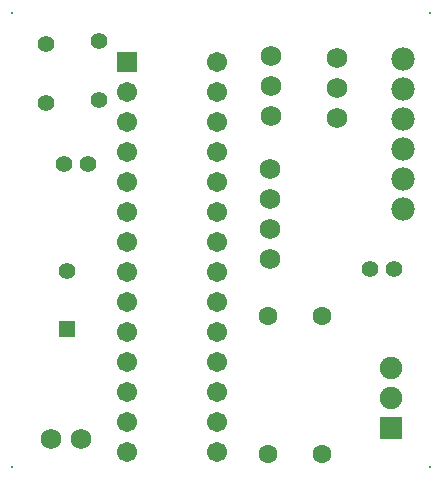
<source format=gbr>
G04*
G04 #@! TF.GenerationSoftware,Altium Limited,Altium Designer,22.4.2 (48)*
G04*
G04 Layer_Color=8388736*
%FSLAX25Y25*%
%MOIN*%
G70*
G04*
G04 #@! TF.SameCoordinates,58CDF047-041F-4824-80A0-4C5186096447*
G04*
G04*
G04 #@! TF.FilePolarity,Negative*
G04*
G01*
G75*
%ADD15C,0.05493*%
%ADD16R,0.05493X0.05493*%
%ADD17C,0.06800*%
%ADD18C,0.07493*%
%ADD19R,0.07493X0.07493*%
%ADD20C,0.07800*%
%ADD21C,0.06312*%
%ADD22C,0.06706*%
%ADD23R,0.06706X0.06706*%
%ADD24C,0.05524*%
%ADD25C,0.00800*%
D15*
X123500Y412000D02*
D03*
D16*
Y392787D02*
D03*
D17*
X191000Y436000D02*
D03*
Y446000D02*
D03*
Y426000D02*
D03*
Y416000D02*
D03*
X128000Y356000D02*
D03*
X118000D02*
D03*
X191500Y463500D02*
D03*
Y473500D02*
D03*
Y483500D02*
D03*
X213500Y483000D02*
D03*
Y473000D02*
D03*
Y463000D02*
D03*
D18*
X231500Y379500D02*
D03*
Y369500D02*
D03*
D19*
Y359500D02*
D03*
D20*
X235500Y482500D02*
D03*
Y432500D02*
D03*
Y472500D02*
D03*
Y462500D02*
D03*
Y442500D02*
D03*
Y452500D02*
D03*
D21*
X190500Y397000D02*
D03*
Y351067D02*
D03*
X208500Y397000D02*
D03*
Y351067D02*
D03*
D22*
X173500Y351500D02*
D03*
Y361500D02*
D03*
Y371500D02*
D03*
Y381500D02*
D03*
Y391500D02*
D03*
Y401500D02*
D03*
Y411500D02*
D03*
Y421500D02*
D03*
Y431500D02*
D03*
Y441500D02*
D03*
Y451500D02*
D03*
Y461500D02*
D03*
Y471500D02*
D03*
Y481500D02*
D03*
X143500Y351500D02*
D03*
Y361500D02*
D03*
Y371500D02*
D03*
Y381500D02*
D03*
Y391500D02*
D03*
Y401500D02*
D03*
Y411500D02*
D03*
Y421500D02*
D03*
Y431500D02*
D03*
Y441500D02*
D03*
Y451500D02*
D03*
Y461500D02*
D03*
Y471500D02*
D03*
D23*
Y481500D02*
D03*
D24*
X134000Y468815D02*
D03*
Y488500D02*
D03*
X116500Y467815D02*
D03*
Y487500D02*
D03*
X224500Y412500D02*
D03*
X232500D02*
D03*
X122500Y447500D02*
D03*
X130500D02*
D03*
D25*
X244500Y346500D02*
D03*
X105000D02*
D03*
X244500Y498000D02*
D03*
X105000D02*
D03*
M02*

</source>
